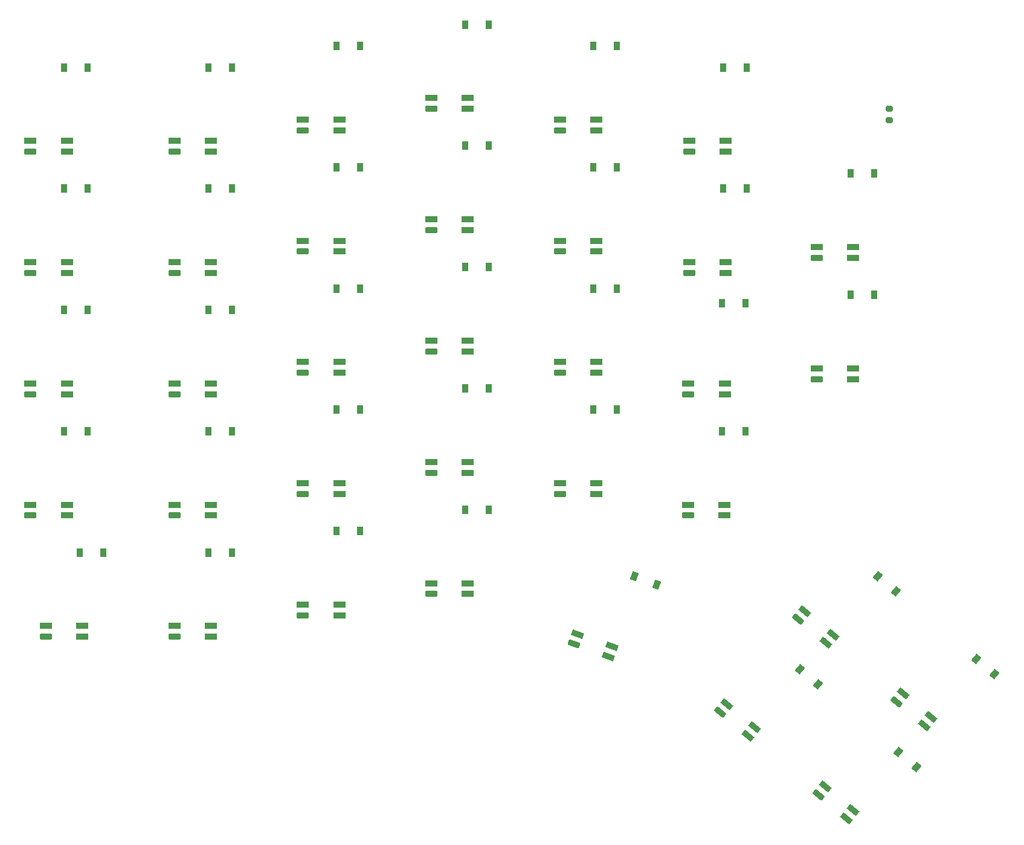
<source format=gbp>
G04 #@! TF.GenerationSoftware,KiCad,Pcbnew,(6.0.5)*
G04 #@! TF.CreationDate,2022-06-20T01:21:13+02:00*
G04 #@! TF.ProjectId,LPKeyboard,4c504b65-7962-46f6-9172-642e6b696361,rev?*
G04 #@! TF.SameCoordinates,Original*
G04 #@! TF.FileFunction,Paste,Bot*
G04 #@! TF.FilePolarity,Positive*
%FSLAX46Y46*%
G04 Gerber Fmt 4.6, Leading zero omitted, Abs format (unit mm)*
G04 Created by KiCad (PCBNEW (6.0.5)) date 2022-06-20 01:21:13*
%MOMM*%
%LPD*%
G01*
G04 APERTURE LIST*
G04 Aperture macros list*
%AMRoundRect*
0 Rectangle with rounded corners*
0 $1 Rounding radius*
0 $2 $3 $4 $5 $6 $7 $8 $9 X,Y pos of 4 corners*
0 Add a 4 corners polygon primitive as box body*
4,1,4,$2,$3,$4,$5,$6,$7,$8,$9,$2,$3,0*
0 Add four circle primitives for the rounded corners*
1,1,$1+$1,$2,$3*
1,1,$1+$1,$4,$5*
1,1,$1+$1,$6,$7*
1,1,$1+$1,$8,$9*
0 Add four rect primitives between the rounded corners*
20,1,$1+$1,$2,$3,$4,$5,0*
20,1,$1+$1,$4,$5,$6,$7,0*
20,1,$1+$1,$6,$7,$8,$9,0*
20,1,$1+$1,$8,$9,$2,$3,0*%
%AMRotRect*
0 Rectangle, with rotation*
0 The origin of the aperture is its center*
0 $1 length*
0 $2 width*
0 $3 Rotation angle, in degrees counterclockwise*
0 Add horizontal line*
21,1,$1,$2,0,0,$3*%
G04 Aperture macros list end*
%ADD10R,1.700000X0.820000*%
%ADD11RoundRect,0.205000X-0.645000X-0.205000X0.645000X-0.205000X0.645000X0.205000X-0.645000X0.205000X0*%
%ADD12R,0.900000X1.200000*%
%ADD13RotRect,0.900000X1.200000X140.000000*%
%ADD14RotRect,1.700000X0.820000X320.000000*%
%ADD15RoundRect,0.205000X-0.625870X0.257559X0.362327X-0.571637X0.625870X-0.257559X-0.362327X0.571637X0*%
%ADD16RotRect,1.700000X0.820000X340.000000*%
%ADD17RoundRect,0.205000X-0.676216X0.027966X0.535988X-0.413240X0.676216X-0.027966X-0.535988X0.413240X0*%
%ADD18RoundRect,0.200000X0.275000X-0.200000X0.275000X0.200000X-0.275000X0.200000X-0.275000X-0.200000X0*%
%ADD19RotRect,0.900000X1.200000X160.000000*%
G04 APERTURE END LIST*
D10*
X124142764Y-114027565D03*
D11*
X119042764Y-114027565D03*
D10*
X119042764Y-112527565D03*
X124142764Y-112527565D03*
X49955264Y-66027565D03*
D11*
X44855264Y-66027565D03*
D10*
X44855264Y-64527565D03*
X49955264Y-64527565D03*
D12*
X91057500Y-68214400D03*
X87757500Y-68214400D03*
X127057500Y-51214400D03*
X123757500Y-51214400D03*
X73057500Y-54214400D03*
X69757500Y-54214400D03*
D10*
X70142764Y-134027565D03*
D11*
X65042764Y-134027565D03*
D10*
X65042764Y-132527565D03*
X70142764Y-132527565D03*
D12*
X127057500Y-68214400D03*
X123757500Y-68214400D03*
X73057500Y-122214400D03*
X69757500Y-122214400D03*
D10*
X142292764Y-66027565D03*
D11*
X137192764Y-66027565D03*
D10*
X137192764Y-64527565D03*
X142292764Y-64527565D03*
X124142764Y-63027565D03*
D11*
X119042764Y-63027565D03*
D10*
X119042764Y-61527565D03*
X124142764Y-61527565D03*
D12*
X109057500Y-48214400D03*
X105757500Y-48214400D03*
X52870000Y-105214400D03*
X49570000Y-105214400D03*
D10*
X88142764Y-80027565D03*
D11*
X83042764Y-80027565D03*
D10*
X83042764Y-78527565D03*
X88142764Y-78527565D03*
D12*
X91057500Y-85214400D03*
X87757500Y-85214400D03*
X127057500Y-102214400D03*
X123757500Y-102214400D03*
D13*
X155239850Y-140709047D03*
X152711904Y-138587847D03*
D12*
X52870000Y-54214400D03*
X49570000Y-54214400D03*
D10*
X70142764Y-66027565D03*
D11*
X65042764Y-66027565D03*
D10*
X65042764Y-64527565D03*
X70142764Y-64527565D03*
X106142764Y-94027565D03*
D11*
X101042764Y-94027565D03*
D10*
X101042764Y-92527565D03*
X106142764Y-92527565D03*
D12*
X73057500Y-71214400D03*
X69757500Y-71214400D03*
D10*
X124142764Y-80027565D03*
D11*
X119042764Y-80027565D03*
D10*
X119042764Y-78527565D03*
X124142764Y-78527565D03*
X88142764Y-97027565D03*
D11*
X83042764Y-97027565D03*
D10*
X83042764Y-95527565D03*
X88142764Y-95527565D03*
X124142764Y-97027565D03*
D11*
X119042764Y-97027565D03*
D10*
X119042764Y-95527565D03*
X124142764Y-95527565D03*
D12*
X145207500Y-71214400D03*
X141907500Y-71214400D03*
D10*
X106142764Y-60027565D03*
D11*
X101042764Y-60027565D03*
D10*
X101042764Y-58527565D03*
X106142764Y-58527565D03*
X88142764Y-63027565D03*
D11*
X83042764Y-63027565D03*
D10*
X83042764Y-61527565D03*
X88142764Y-61527565D03*
D12*
X91057500Y-119214400D03*
X87757500Y-119214400D03*
D10*
X106142764Y-111027565D03*
D11*
X101042764Y-111027565D03*
D10*
X101042764Y-109527565D03*
X106142764Y-109527565D03*
D12*
X163057500Y-86089400D03*
X159757500Y-86089400D03*
D10*
X106142764Y-77027565D03*
D11*
X101042764Y-77027565D03*
D10*
X101042764Y-75527565D03*
X106142764Y-75527565D03*
D12*
X91057500Y-51214400D03*
X87757500Y-51214400D03*
D10*
X49955264Y-83027565D03*
D11*
X44855264Y-83027565D03*
D10*
X44855264Y-81527565D03*
X49955264Y-81527565D03*
D12*
X163057500Y-69089400D03*
X159757500Y-69089400D03*
D10*
X70142764Y-83027565D03*
D11*
X65042764Y-83027565D03*
D10*
X65042764Y-81527565D03*
X70142764Y-81527565D03*
X49955264Y-117027565D03*
D11*
X44855264Y-117027565D03*
D10*
X44855264Y-115527565D03*
X49955264Y-115527565D03*
D14*
X159199932Y-159457598D03*
D15*
X155293105Y-156179381D03*
D14*
X156257286Y-155030314D03*
X160164113Y-158308531D03*
D16*
X125829387Y-136805167D03*
D17*
X121036955Y-135060864D03*
D16*
X121549985Y-133651325D03*
X126342417Y-135395628D03*
D12*
X73057500Y-88214400D03*
X69757500Y-88214400D03*
D10*
X70142764Y-100027565D03*
D11*
X65042764Y-100027565D03*
D10*
X65042764Y-98527565D03*
X70142764Y-98527565D03*
D12*
X109057500Y-116214400D03*
X105757500Y-116214400D03*
X145057500Y-87257400D03*
X141757500Y-87257400D03*
D14*
X170127323Y-146434842D03*
D15*
X166220496Y-143156625D03*
D14*
X167184677Y-142007558D03*
X171091504Y-145285775D03*
X145411133Y-147887421D03*
D15*
X141504306Y-144609204D03*
D14*
X142468487Y-143460137D03*
X146375314Y-146738354D03*
D10*
X88142764Y-114027565D03*
D11*
X83042764Y-114027565D03*
D10*
X83042764Y-112527565D03*
X88142764Y-112527565D03*
D13*
X169028649Y-152279223D03*
X166500703Y-150158023D03*
D12*
X127057500Y-85214400D03*
X123757500Y-85214400D03*
D10*
X52142764Y-134027565D03*
D11*
X47042764Y-134027565D03*
D10*
X47042764Y-132527565D03*
X52142764Y-132527565D03*
D18*
X165252400Y-61632600D03*
X165252400Y-59982600D03*
D12*
X73057500Y-105214400D03*
X69757500Y-105214400D03*
X55057500Y-122214400D03*
X51757500Y-122214400D03*
X52870000Y-88214400D03*
X49570000Y-88214400D03*
X52870000Y-71214400D03*
X49570000Y-71214400D03*
D10*
X142147500Y-100027400D03*
D11*
X137047500Y-100027400D03*
D10*
X137047500Y-98527400D03*
X142147500Y-98527400D03*
X160142764Y-80902565D03*
D11*
X155042764Y-80902565D03*
D10*
X155042764Y-79402565D03*
X160142764Y-79402565D03*
D12*
X109057500Y-99214400D03*
X105757500Y-99214400D03*
X91057500Y-102214400D03*
X87757500Y-102214400D03*
D13*
X166167239Y-127686291D03*
X163639293Y-125565091D03*
D10*
X106142764Y-128027565D03*
D11*
X101042764Y-128027565D03*
D10*
X101042764Y-126527565D03*
X106142764Y-126527565D03*
D12*
X109057500Y-82214400D03*
X105757500Y-82214400D03*
D10*
X70142764Y-117027565D03*
D11*
X65042764Y-117027565D03*
D10*
X65042764Y-115527565D03*
X70142764Y-115527565D03*
X160142764Y-97902565D03*
D11*
X155042764Y-97902565D03*
D10*
X155042764Y-96402565D03*
X160142764Y-96402565D03*
X49955264Y-100027565D03*
D11*
X44855264Y-100027565D03*
D10*
X44855264Y-98527565D03*
X49955264Y-98527565D03*
D12*
X145207500Y-54214400D03*
X141907500Y-54214400D03*
X145057500Y-105214400D03*
X141757500Y-105214400D03*
D10*
X142142764Y-117027565D03*
D11*
X137042764Y-117027565D03*
D10*
X137042764Y-115527565D03*
X142142764Y-115527565D03*
X142292764Y-83027565D03*
D11*
X137192764Y-83027565D03*
D10*
X137192764Y-81527565D03*
X142292764Y-81527565D03*
D12*
X109057500Y-65214400D03*
X105757500Y-65214400D03*
D19*
X132609734Y-126699836D03*
X129508748Y-125571170D03*
D10*
X88142764Y-131027565D03*
D11*
X83042764Y-131027565D03*
D10*
X83042764Y-129527565D03*
X88142764Y-129527565D03*
D14*
X156338522Y-134864664D03*
D15*
X152431695Y-131586447D03*
D14*
X153395876Y-130437380D03*
X157302703Y-133715597D03*
D13*
X179956039Y-139256468D03*
X177428093Y-137135268D03*
M02*

</source>
